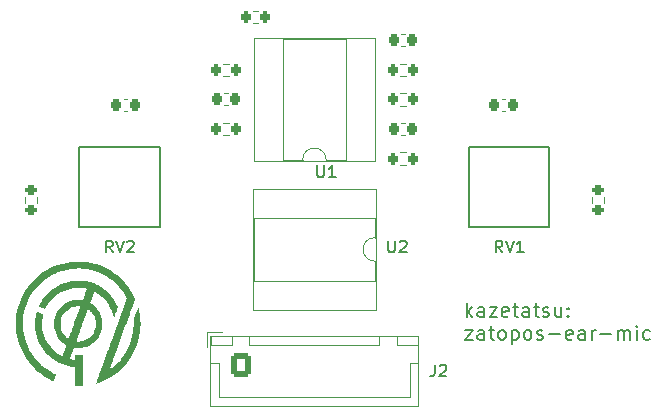
<source format=gto>
G04 #@! TF.GenerationSoftware,KiCad,Pcbnew,8.0.6-8.0.6-0~ubuntu24.04.1*
G04 #@! TF.CreationDate,2024-10-31T11:29:27+09:00*
G04 #@! TF.ProjectId,zatopos-ear-mic,7a61746f-706f-4732-9d65-61722d6d6963,rev?*
G04 #@! TF.SameCoordinates,Original*
G04 #@! TF.FileFunction,Legend,Top*
G04 #@! TF.FilePolarity,Positive*
%FSLAX46Y46*%
G04 Gerber Fmt 4.6, Leading zero omitted, Abs format (unit mm)*
G04 Created by KiCad (PCBNEW 8.0.6-8.0.6-0~ubuntu24.04.1) date 2024-10-31 11:29:27*
%MOMM*%
%LPD*%
G01*
G04 APERTURE LIST*
G04 Aperture macros list*
%AMRoundRect*
0 Rectangle with rounded corners*
0 $1 Rounding radius*
0 $2 $3 $4 $5 $6 $7 $8 $9 X,Y pos of 4 corners*
0 Add a 4 corners polygon primitive as box body*
4,1,4,$2,$3,$4,$5,$6,$7,$8,$9,$2,$3,0*
0 Add four circle primitives for the rounded corners*
1,1,$1+$1,$2,$3*
1,1,$1+$1,$4,$5*
1,1,$1+$1,$6,$7*
1,1,$1+$1,$8,$9*
0 Add four rect primitives between the rounded corners*
20,1,$1+$1,$2,$3,$4,$5,0*
20,1,$1+$1,$4,$5,$6,$7,0*
20,1,$1+$1,$6,$7,$8,$9,0*
20,1,$1+$1,$8,$9,$2,$3,0*%
G04 Aperture macros list end*
%ADD10C,0.160000*%
%ADD11C,0.120000*%
%ADD12C,0.153000*%
%ADD13C,0.000000*%
%ADD14RoundRect,0.200000X0.200000X0.275000X-0.200000X0.275000X-0.200000X-0.275000X0.200000X-0.275000X0*%
%ADD15RoundRect,0.200000X-0.200000X-0.275000X0.200000X-0.275000X0.200000X0.275000X-0.200000X0.275000X0*%
%ADD16RoundRect,0.200000X-0.275000X0.200000X-0.275000X-0.200000X0.275000X-0.200000X0.275000X0.200000X0*%
%ADD17RoundRect,0.250000X-0.600000X-0.725000X0.600000X-0.725000X0.600000X0.725000X-0.600000X0.725000X0*%
%ADD18O,1.700000X1.950000*%
%ADD19RoundRect,0.225000X-0.225000X-0.250000X0.225000X-0.250000X0.225000X0.250000X-0.225000X0.250000X0*%
%ADD20C,1.524000*%
%ADD21C,2.200000*%
%ADD22RoundRect,0.200000X0.275000X-0.200000X0.275000X0.200000X-0.275000X0.200000X-0.275000X-0.200000X0*%
%ADD23R,1.600000X1.600000*%
%ADD24O,1.600000X1.600000*%
%ADD25RoundRect,0.225000X0.225000X0.250000X-0.225000X0.250000X-0.225000X-0.250000X0.225000X-0.250000X0*%
%ADD26C,1.500000*%
G04 APERTURE END LIST*
D10*
X162890977Y-109412889D02*
X162890977Y-108212889D01*
X163005263Y-108955747D02*
X163348120Y-109412889D01*
X163348120Y-108612889D02*
X162890977Y-109070032D01*
X164376692Y-109412889D02*
X164376692Y-108784318D01*
X164376692Y-108784318D02*
X164319549Y-108670032D01*
X164319549Y-108670032D02*
X164205263Y-108612889D01*
X164205263Y-108612889D02*
X163976692Y-108612889D01*
X163976692Y-108612889D02*
X163862406Y-108670032D01*
X164376692Y-109355747D02*
X164262406Y-109412889D01*
X164262406Y-109412889D02*
X163976692Y-109412889D01*
X163976692Y-109412889D02*
X163862406Y-109355747D01*
X163862406Y-109355747D02*
X163805263Y-109241461D01*
X163805263Y-109241461D02*
X163805263Y-109127175D01*
X163805263Y-109127175D02*
X163862406Y-109012889D01*
X163862406Y-109012889D02*
X163976692Y-108955747D01*
X163976692Y-108955747D02*
X164262406Y-108955747D01*
X164262406Y-108955747D02*
X164376692Y-108898604D01*
X164833834Y-108612889D02*
X165462406Y-108612889D01*
X165462406Y-108612889D02*
X164833834Y-109412889D01*
X164833834Y-109412889D02*
X165462406Y-109412889D01*
X166376692Y-109355747D02*
X166262406Y-109412889D01*
X166262406Y-109412889D02*
X166033835Y-109412889D01*
X166033835Y-109412889D02*
X165919549Y-109355747D01*
X165919549Y-109355747D02*
X165862406Y-109241461D01*
X165862406Y-109241461D02*
X165862406Y-108784318D01*
X165862406Y-108784318D02*
X165919549Y-108670032D01*
X165919549Y-108670032D02*
X166033835Y-108612889D01*
X166033835Y-108612889D02*
X166262406Y-108612889D01*
X166262406Y-108612889D02*
X166376692Y-108670032D01*
X166376692Y-108670032D02*
X166433835Y-108784318D01*
X166433835Y-108784318D02*
X166433835Y-108898604D01*
X166433835Y-108898604D02*
X165862406Y-109012889D01*
X166776691Y-108612889D02*
X167233834Y-108612889D01*
X166948120Y-108212889D02*
X166948120Y-109241461D01*
X166948120Y-109241461D02*
X167005263Y-109355747D01*
X167005263Y-109355747D02*
X167119548Y-109412889D01*
X167119548Y-109412889D02*
X167233834Y-109412889D01*
X168148120Y-109412889D02*
X168148120Y-108784318D01*
X168148120Y-108784318D02*
X168090977Y-108670032D01*
X168090977Y-108670032D02*
X167976691Y-108612889D01*
X167976691Y-108612889D02*
X167748120Y-108612889D01*
X167748120Y-108612889D02*
X167633834Y-108670032D01*
X168148120Y-109355747D02*
X168033834Y-109412889D01*
X168033834Y-109412889D02*
X167748120Y-109412889D01*
X167748120Y-109412889D02*
X167633834Y-109355747D01*
X167633834Y-109355747D02*
X167576691Y-109241461D01*
X167576691Y-109241461D02*
X167576691Y-109127175D01*
X167576691Y-109127175D02*
X167633834Y-109012889D01*
X167633834Y-109012889D02*
X167748120Y-108955747D01*
X167748120Y-108955747D02*
X168033834Y-108955747D01*
X168033834Y-108955747D02*
X168148120Y-108898604D01*
X168548119Y-108612889D02*
X169005262Y-108612889D01*
X168719548Y-108212889D02*
X168719548Y-109241461D01*
X168719548Y-109241461D02*
X168776691Y-109355747D01*
X168776691Y-109355747D02*
X168890976Y-109412889D01*
X168890976Y-109412889D02*
X169005262Y-109412889D01*
X169348119Y-109355747D02*
X169462405Y-109412889D01*
X169462405Y-109412889D02*
X169690976Y-109412889D01*
X169690976Y-109412889D02*
X169805262Y-109355747D01*
X169805262Y-109355747D02*
X169862405Y-109241461D01*
X169862405Y-109241461D02*
X169862405Y-109184318D01*
X169862405Y-109184318D02*
X169805262Y-109070032D01*
X169805262Y-109070032D02*
X169690976Y-109012889D01*
X169690976Y-109012889D02*
X169519548Y-109012889D01*
X169519548Y-109012889D02*
X169405262Y-108955747D01*
X169405262Y-108955747D02*
X169348119Y-108841461D01*
X169348119Y-108841461D02*
X169348119Y-108784318D01*
X169348119Y-108784318D02*
X169405262Y-108670032D01*
X169405262Y-108670032D02*
X169519548Y-108612889D01*
X169519548Y-108612889D02*
X169690976Y-108612889D01*
X169690976Y-108612889D02*
X169805262Y-108670032D01*
X170890977Y-108612889D02*
X170890977Y-109412889D01*
X170376691Y-108612889D02*
X170376691Y-109241461D01*
X170376691Y-109241461D02*
X170433834Y-109355747D01*
X170433834Y-109355747D02*
X170548119Y-109412889D01*
X170548119Y-109412889D02*
X170719548Y-109412889D01*
X170719548Y-109412889D02*
X170833834Y-109355747D01*
X170833834Y-109355747D02*
X170890977Y-109298604D01*
X171462405Y-109298604D02*
X171519548Y-109355747D01*
X171519548Y-109355747D02*
X171462405Y-109412889D01*
X171462405Y-109412889D02*
X171405262Y-109355747D01*
X171405262Y-109355747D02*
X171462405Y-109298604D01*
X171462405Y-109298604D02*
X171462405Y-109412889D01*
X171462405Y-108670032D02*
X171519548Y-108727175D01*
X171519548Y-108727175D02*
X171462405Y-108784318D01*
X171462405Y-108784318D02*
X171405262Y-108727175D01*
X171405262Y-108727175D02*
X171462405Y-108670032D01*
X171462405Y-108670032D02*
X171462405Y-108784318D01*
X162776691Y-110544822D02*
X163405263Y-110544822D01*
X163405263Y-110544822D02*
X162776691Y-111344822D01*
X162776691Y-111344822D02*
X163405263Y-111344822D01*
X164376692Y-111344822D02*
X164376692Y-110716251D01*
X164376692Y-110716251D02*
X164319549Y-110601965D01*
X164319549Y-110601965D02*
X164205263Y-110544822D01*
X164205263Y-110544822D02*
X163976692Y-110544822D01*
X163976692Y-110544822D02*
X163862406Y-110601965D01*
X164376692Y-111287680D02*
X164262406Y-111344822D01*
X164262406Y-111344822D02*
X163976692Y-111344822D01*
X163976692Y-111344822D02*
X163862406Y-111287680D01*
X163862406Y-111287680D02*
X163805263Y-111173394D01*
X163805263Y-111173394D02*
X163805263Y-111059108D01*
X163805263Y-111059108D02*
X163862406Y-110944822D01*
X163862406Y-110944822D02*
X163976692Y-110887680D01*
X163976692Y-110887680D02*
X164262406Y-110887680D01*
X164262406Y-110887680D02*
X164376692Y-110830537D01*
X164776691Y-110544822D02*
X165233834Y-110544822D01*
X164948120Y-110144822D02*
X164948120Y-111173394D01*
X164948120Y-111173394D02*
X165005263Y-111287680D01*
X165005263Y-111287680D02*
X165119548Y-111344822D01*
X165119548Y-111344822D02*
X165233834Y-111344822D01*
X165805262Y-111344822D02*
X165690977Y-111287680D01*
X165690977Y-111287680D02*
X165633834Y-111230537D01*
X165633834Y-111230537D02*
X165576691Y-111116251D01*
X165576691Y-111116251D02*
X165576691Y-110773394D01*
X165576691Y-110773394D02*
X165633834Y-110659108D01*
X165633834Y-110659108D02*
X165690977Y-110601965D01*
X165690977Y-110601965D02*
X165805262Y-110544822D01*
X165805262Y-110544822D02*
X165976691Y-110544822D01*
X165976691Y-110544822D02*
X166090977Y-110601965D01*
X166090977Y-110601965D02*
X166148120Y-110659108D01*
X166148120Y-110659108D02*
X166205262Y-110773394D01*
X166205262Y-110773394D02*
X166205262Y-111116251D01*
X166205262Y-111116251D02*
X166148120Y-111230537D01*
X166148120Y-111230537D02*
X166090977Y-111287680D01*
X166090977Y-111287680D02*
X165976691Y-111344822D01*
X165976691Y-111344822D02*
X165805262Y-111344822D01*
X166719548Y-110544822D02*
X166719548Y-111744822D01*
X166719548Y-110601965D02*
X166833834Y-110544822D01*
X166833834Y-110544822D02*
X167062405Y-110544822D01*
X167062405Y-110544822D02*
X167176691Y-110601965D01*
X167176691Y-110601965D02*
X167233834Y-110659108D01*
X167233834Y-110659108D02*
X167290976Y-110773394D01*
X167290976Y-110773394D02*
X167290976Y-111116251D01*
X167290976Y-111116251D02*
X167233834Y-111230537D01*
X167233834Y-111230537D02*
X167176691Y-111287680D01*
X167176691Y-111287680D02*
X167062405Y-111344822D01*
X167062405Y-111344822D02*
X166833834Y-111344822D01*
X166833834Y-111344822D02*
X166719548Y-111287680D01*
X167976690Y-111344822D02*
X167862405Y-111287680D01*
X167862405Y-111287680D02*
X167805262Y-111230537D01*
X167805262Y-111230537D02*
X167748119Y-111116251D01*
X167748119Y-111116251D02*
X167748119Y-110773394D01*
X167748119Y-110773394D02*
X167805262Y-110659108D01*
X167805262Y-110659108D02*
X167862405Y-110601965D01*
X167862405Y-110601965D02*
X167976690Y-110544822D01*
X167976690Y-110544822D02*
X168148119Y-110544822D01*
X168148119Y-110544822D02*
X168262405Y-110601965D01*
X168262405Y-110601965D02*
X168319548Y-110659108D01*
X168319548Y-110659108D02*
X168376690Y-110773394D01*
X168376690Y-110773394D02*
X168376690Y-111116251D01*
X168376690Y-111116251D02*
X168319548Y-111230537D01*
X168319548Y-111230537D02*
X168262405Y-111287680D01*
X168262405Y-111287680D02*
X168148119Y-111344822D01*
X168148119Y-111344822D02*
X167976690Y-111344822D01*
X168833833Y-111287680D02*
X168948119Y-111344822D01*
X168948119Y-111344822D02*
X169176690Y-111344822D01*
X169176690Y-111344822D02*
X169290976Y-111287680D01*
X169290976Y-111287680D02*
X169348119Y-111173394D01*
X169348119Y-111173394D02*
X169348119Y-111116251D01*
X169348119Y-111116251D02*
X169290976Y-111001965D01*
X169290976Y-111001965D02*
X169176690Y-110944822D01*
X169176690Y-110944822D02*
X169005262Y-110944822D01*
X169005262Y-110944822D02*
X168890976Y-110887680D01*
X168890976Y-110887680D02*
X168833833Y-110773394D01*
X168833833Y-110773394D02*
X168833833Y-110716251D01*
X168833833Y-110716251D02*
X168890976Y-110601965D01*
X168890976Y-110601965D02*
X169005262Y-110544822D01*
X169005262Y-110544822D02*
X169176690Y-110544822D01*
X169176690Y-110544822D02*
X169290976Y-110601965D01*
X169862405Y-110887680D02*
X170776691Y-110887680D01*
X171805262Y-111287680D02*
X171690976Y-111344822D01*
X171690976Y-111344822D02*
X171462405Y-111344822D01*
X171462405Y-111344822D02*
X171348119Y-111287680D01*
X171348119Y-111287680D02*
X171290976Y-111173394D01*
X171290976Y-111173394D02*
X171290976Y-110716251D01*
X171290976Y-110716251D02*
X171348119Y-110601965D01*
X171348119Y-110601965D02*
X171462405Y-110544822D01*
X171462405Y-110544822D02*
X171690976Y-110544822D01*
X171690976Y-110544822D02*
X171805262Y-110601965D01*
X171805262Y-110601965D02*
X171862405Y-110716251D01*
X171862405Y-110716251D02*
X171862405Y-110830537D01*
X171862405Y-110830537D02*
X171290976Y-110944822D01*
X172890976Y-111344822D02*
X172890976Y-110716251D01*
X172890976Y-110716251D02*
X172833833Y-110601965D01*
X172833833Y-110601965D02*
X172719547Y-110544822D01*
X172719547Y-110544822D02*
X172490976Y-110544822D01*
X172490976Y-110544822D02*
X172376690Y-110601965D01*
X172890976Y-111287680D02*
X172776690Y-111344822D01*
X172776690Y-111344822D02*
X172490976Y-111344822D01*
X172490976Y-111344822D02*
X172376690Y-111287680D01*
X172376690Y-111287680D02*
X172319547Y-111173394D01*
X172319547Y-111173394D02*
X172319547Y-111059108D01*
X172319547Y-111059108D02*
X172376690Y-110944822D01*
X172376690Y-110944822D02*
X172490976Y-110887680D01*
X172490976Y-110887680D02*
X172776690Y-110887680D01*
X172776690Y-110887680D02*
X172890976Y-110830537D01*
X173462404Y-111344822D02*
X173462404Y-110544822D01*
X173462404Y-110773394D02*
X173519547Y-110659108D01*
X173519547Y-110659108D02*
X173576690Y-110601965D01*
X173576690Y-110601965D02*
X173690975Y-110544822D01*
X173690975Y-110544822D02*
X173805261Y-110544822D01*
X174205261Y-110887680D02*
X175119547Y-110887680D01*
X175690975Y-111344822D02*
X175690975Y-110544822D01*
X175690975Y-110659108D02*
X175748118Y-110601965D01*
X175748118Y-110601965D02*
X175862403Y-110544822D01*
X175862403Y-110544822D02*
X176033832Y-110544822D01*
X176033832Y-110544822D02*
X176148118Y-110601965D01*
X176148118Y-110601965D02*
X176205261Y-110716251D01*
X176205261Y-110716251D02*
X176205261Y-111344822D01*
X176205261Y-110716251D02*
X176262403Y-110601965D01*
X176262403Y-110601965D02*
X176376689Y-110544822D01*
X176376689Y-110544822D02*
X176548118Y-110544822D01*
X176548118Y-110544822D02*
X176662403Y-110601965D01*
X176662403Y-110601965D02*
X176719546Y-110716251D01*
X176719546Y-110716251D02*
X176719546Y-111344822D01*
X177290975Y-111344822D02*
X177290975Y-110544822D01*
X177290975Y-110144822D02*
X177233832Y-110201965D01*
X177233832Y-110201965D02*
X177290975Y-110259108D01*
X177290975Y-110259108D02*
X177348118Y-110201965D01*
X177348118Y-110201965D02*
X177290975Y-110144822D01*
X177290975Y-110144822D02*
X177290975Y-110259108D01*
X178376690Y-111287680D02*
X178262404Y-111344822D01*
X178262404Y-111344822D02*
X178033832Y-111344822D01*
X178033832Y-111344822D02*
X177919547Y-111287680D01*
X177919547Y-111287680D02*
X177862404Y-111230537D01*
X177862404Y-111230537D02*
X177805261Y-111116251D01*
X177805261Y-111116251D02*
X177805261Y-110773394D01*
X177805261Y-110773394D02*
X177862404Y-110659108D01*
X177862404Y-110659108D02*
X177919547Y-110601965D01*
X177919547Y-110601965D02*
X178033832Y-110544822D01*
X178033832Y-110544822D02*
X178262404Y-110544822D01*
X178262404Y-110544822D02*
X178376690Y-110601965D01*
X160166666Y-113454299D02*
X160166666Y-114168584D01*
X160166666Y-114168584D02*
X160119047Y-114311441D01*
X160119047Y-114311441D02*
X160023809Y-114406680D01*
X160023809Y-114406680D02*
X159880952Y-114454299D01*
X159880952Y-114454299D02*
X159785714Y-114454299D01*
X160595238Y-113549537D02*
X160642857Y-113501918D01*
X160642857Y-113501918D02*
X160738095Y-113454299D01*
X160738095Y-113454299D02*
X160976190Y-113454299D01*
X160976190Y-113454299D02*
X161071428Y-113501918D01*
X161071428Y-113501918D02*
X161119047Y-113549537D01*
X161119047Y-113549537D02*
X161166666Y-113644775D01*
X161166666Y-113644775D02*
X161166666Y-113740013D01*
X161166666Y-113740013D02*
X161119047Y-113882870D01*
X161119047Y-113882870D02*
X160547619Y-114454299D01*
X160547619Y-114454299D02*
X161166666Y-114454299D01*
X132904761Y-103954299D02*
X132571428Y-103478108D01*
X132333333Y-103954299D02*
X132333333Y-102954299D01*
X132333333Y-102954299D02*
X132714285Y-102954299D01*
X132714285Y-102954299D02*
X132809523Y-103001918D01*
X132809523Y-103001918D02*
X132857142Y-103049537D01*
X132857142Y-103049537D02*
X132904761Y-103144775D01*
X132904761Y-103144775D02*
X132904761Y-103287632D01*
X132904761Y-103287632D02*
X132857142Y-103382870D01*
X132857142Y-103382870D02*
X132809523Y-103430489D01*
X132809523Y-103430489D02*
X132714285Y-103478108D01*
X132714285Y-103478108D02*
X132333333Y-103478108D01*
X133190476Y-102954299D02*
X133523809Y-103954299D01*
X133523809Y-103954299D02*
X133857142Y-102954299D01*
X134142857Y-103049537D02*
X134190476Y-103001918D01*
X134190476Y-103001918D02*
X134285714Y-102954299D01*
X134285714Y-102954299D02*
X134523809Y-102954299D01*
X134523809Y-102954299D02*
X134619047Y-103001918D01*
X134619047Y-103001918D02*
X134666666Y-103049537D01*
X134666666Y-103049537D02*
X134714285Y-103144775D01*
X134714285Y-103144775D02*
X134714285Y-103240013D01*
X134714285Y-103240013D02*
X134666666Y-103382870D01*
X134666666Y-103382870D02*
X134095238Y-103954299D01*
X134095238Y-103954299D02*
X134714285Y-103954299D01*
X150238095Y-96584299D02*
X150238095Y-97393822D01*
X150238095Y-97393822D02*
X150285714Y-97489060D01*
X150285714Y-97489060D02*
X150333333Y-97536680D01*
X150333333Y-97536680D02*
X150428571Y-97584299D01*
X150428571Y-97584299D02*
X150619047Y-97584299D01*
X150619047Y-97584299D02*
X150714285Y-97536680D01*
X150714285Y-97536680D02*
X150761904Y-97489060D01*
X150761904Y-97489060D02*
X150809523Y-97393822D01*
X150809523Y-97393822D02*
X150809523Y-96584299D01*
X151809523Y-97584299D02*
X151238095Y-97584299D01*
X151523809Y-97584299D02*
X151523809Y-96584299D01*
X151523809Y-96584299D02*
X151428571Y-96727156D01*
X151428571Y-96727156D02*
X151333333Y-96822394D01*
X151333333Y-96822394D02*
X151238095Y-96870013D01*
X156238095Y-102954299D02*
X156238095Y-103763822D01*
X156238095Y-103763822D02*
X156285714Y-103859060D01*
X156285714Y-103859060D02*
X156333333Y-103906680D01*
X156333333Y-103906680D02*
X156428571Y-103954299D01*
X156428571Y-103954299D02*
X156619047Y-103954299D01*
X156619047Y-103954299D02*
X156714285Y-103906680D01*
X156714285Y-103906680D02*
X156761904Y-103859060D01*
X156761904Y-103859060D02*
X156809523Y-103763822D01*
X156809523Y-103763822D02*
X156809523Y-102954299D01*
X157238095Y-103049537D02*
X157285714Y-103001918D01*
X157285714Y-103001918D02*
X157380952Y-102954299D01*
X157380952Y-102954299D02*
X157619047Y-102954299D01*
X157619047Y-102954299D02*
X157714285Y-103001918D01*
X157714285Y-103001918D02*
X157761904Y-103049537D01*
X157761904Y-103049537D02*
X157809523Y-103144775D01*
X157809523Y-103144775D02*
X157809523Y-103240013D01*
X157809523Y-103240013D02*
X157761904Y-103382870D01*
X157761904Y-103382870D02*
X157190476Y-103954299D01*
X157190476Y-103954299D02*
X157809523Y-103954299D01*
X165904761Y-103954299D02*
X165571428Y-103478108D01*
X165333333Y-103954299D02*
X165333333Y-102954299D01*
X165333333Y-102954299D02*
X165714285Y-102954299D01*
X165714285Y-102954299D02*
X165809523Y-103001918D01*
X165809523Y-103001918D02*
X165857142Y-103049537D01*
X165857142Y-103049537D02*
X165904761Y-103144775D01*
X165904761Y-103144775D02*
X165904761Y-103287632D01*
X165904761Y-103287632D02*
X165857142Y-103382870D01*
X165857142Y-103382870D02*
X165809523Y-103430489D01*
X165809523Y-103430489D02*
X165714285Y-103478108D01*
X165714285Y-103478108D02*
X165333333Y-103478108D01*
X166190476Y-102954299D02*
X166523809Y-103954299D01*
X166523809Y-103954299D02*
X166857142Y-102954299D01*
X167714285Y-103954299D02*
X167142857Y-103954299D01*
X167428571Y-103954299D02*
X167428571Y-102954299D01*
X167428571Y-102954299D02*
X167333333Y-103097156D01*
X167333333Y-103097156D02*
X167238095Y-103192394D01*
X167238095Y-103192394D02*
X167142857Y-103240013D01*
D11*
X142737258Y-87977500D02*
X142262742Y-87977500D01*
X142737258Y-89022500D02*
X142262742Y-89022500D01*
X144762742Y-83477500D02*
X145237258Y-83477500D01*
X144762742Y-84522500D02*
X145237258Y-84522500D01*
X173477500Y-99262742D02*
X173477500Y-99737258D01*
X174522500Y-99262742D02*
X174522500Y-99737258D01*
X140900000Y-110725000D02*
X140900000Y-111975000D01*
X141190000Y-111015000D02*
X141190000Y-116985000D01*
X141190000Y-116985000D02*
X158810000Y-116985000D01*
X141200000Y-111025000D02*
X141200000Y-111775000D01*
X141200000Y-111775000D02*
X143000000Y-111775000D01*
X141200000Y-113275000D02*
X141950000Y-113275000D01*
X141950000Y-113275000D02*
X141950000Y-116225000D01*
X141950000Y-116225000D02*
X150000000Y-116225000D01*
X142150000Y-110725000D02*
X140900000Y-110725000D01*
X143000000Y-111025000D02*
X141200000Y-111025000D01*
X143000000Y-111775000D02*
X143000000Y-111025000D01*
X144500000Y-111025000D02*
X144500000Y-111775000D01*
X144500000Y-111775000D02*
X155500000Y-111775000D01*
X155500000Y-111025000D02*
X144500000Y-111025000D01*
X155500000Y-111775000D02*
X155500000Y-111025000D01*
X157000000Y-111025000D02*
X157000000Y-111775000D01*
X157000000Y-111775000D02*
X158800000Y-111775000D01*
X158050000Y-113275000D02*
X158050000Y-116225000D01*
X158050000Y-116225000D02*
X150000000Y-116225000D01*
X158800000Y-111025000D02*
X157000000Y-111025000D01*
X158800000Y-111775000D02*
X158800000Y-111025000D01*
X158800000Y-113275000D02*
X158050000Y-113275000D01*
X158810000Y-111015000D02*
X141190000Y-111015000D01*
X158810000Y-116985000D02*
X158810000Y-111015000D01*
X157359420Y-92990000D02*
X157640580Y-92990000D01*
X157359420Y-94010000D02*
X157640580Y-94010000D01*
D12*
X130100000Y-95000000D02*
X136900000Y-95000000D01*
X136900000Y-101800000D01*
X130100000Y-101800000D01*
X130100000Y-95000000D01*
D11*
X142737258Y-92977500D02*
X142262742Y-92977500D01*
X142737258Y-94022500D02*
X142262742Y-94022500D01*
X157262742Y-87977500D02*
X157737258Y-87977500D01*
X157262742Y-89022500D02*
X157737258Y-89022500D01*
X125477500Y-99737258D02*
X125477500Y-99262742D01*
X126522500Y-99737258D02*
X126522500Y-99262742D01*
X144850000Y-85790000D02*
X144850000Y-96190000D01*
X144850000Y-96190000D02*
X155130000Y-96190000D01*
X147340000Y-85850000D02*
X147340000Y-96130000D01*
X147340000Y-96130000D02*
X148990000Y-96130000D01*
X150990000Y-96130000D02*
X152640000Y-96130000D01*
X152640000Y-85850000D02*
X147340000Y-85850000D01*
X152640000Y-96130000D02*
X152640000Y-85850000D01*
X155130000Y-85790000D02*
X144850000Y-85790000D01*
X155130000Y-96190000D02*
X155130000Y-85790000D01*
X148990000Y-96130000D02*
G75*
G02*
X150990000Y-96130000I1000000J0D01*
G01*
X144790000Y-98550000D02*
X144790000Y-108830000D01*
X144790000Y-108830000D02*
X155190000Y-108830000D01*
X144850000Y-101040000D02*
X144850000Y-106340000D01*
X144850000Y-106340000D02*
X155130000Y-106340000D01*
X155130000Y-101040000D02*
X144850000Y-101040000D01*
X155130000Y-102690000D02*
X155130000Y-101040000D01*
X155130000Y-106340000D02*
X155130000Y-104690000D01*
X155190000Y-98550000D02*
X144790000Y-98550000D01*
X155190000Y-108830000D02*
X155190000Y-98550000D01*
X155130000Y-104690000D02*
G75*
G02*
X155130000Y-102690000I0J1000000D01*
G01*
D12*
X163100000Y-95000000D02*
X169900000Y-95000000D01*
X169900000Y-101800000D01*
X163100000Y-101800000D01*
X163100000Y-95000000D01*
D11*
X157737258Y-95477500D02*
X157262742Y-95477500D01*
X157737258Y-96522500D02*
X157262742Y-96522500D01*
X157737258Y-90477500D02*
X157262742Y-90477500D01*
X157737258Y-91522500D02*
X157262742Y-91522500D01*
D13*
G36*
X130366742Y-104734696D02*
G01*
X130746806Y-104775336D01*
X131119110Y-104841889D01*
X131482675Y-104933764D01*
X131836525Y-105050373D01*
X132179679Y-105191124D01*
X132511161Y-105355430D01*
X132829992Y-105542699D01*
X133135193Y-105752343D01*
X133425787Y-105983771D01*
X133700794Y-106236395D01*
X133959238Y-106509624D01*
X134200140Y-106802868D01*
X134422520Y-107115539D01*
X134489901Y-107220061D01*
X134536106Y-107296127D01*
X134584364Y-107380184D01*
X134632826Y-107468524D01*
X134679641Y-107557441D01*
X134722959Y-107643225D01*
X134760931Y-107722168D01*
X134791706Y-107790564D01*
X134813434Y-107844702D01*
X134824265Y-107880877D01*
X134824942Y-107891568D01*
X134819754Y-107907623D01*
X134805608Y-107948223D01*
X134782921Y-108012216D01*
X134752111Y-108098449D01*
X134713596Y-108205767D01*
X134667791Y-108333019D01*
X134615116Y-108479050D01*
X134555986Y-108642708D01*
X134490820Y-108822839D01*
X134420035Y-109018290D01*
X134344048Y-109227907D01*
X134263277Y-109450538D01*
X134178139Y-109685029D01*
X134089051Y-109930226D01*
X133996431Y-110184978D01*
X133900696Y-110448129D01*
X133802263Y-110718528D01*
X133742847Y-110881666D01*
X133643150Y-111155439D01*
X133545980Y-111422449D01*
X133451747Y-111681554D01*
X133360865Y-111931616D01*
X133273747Y-112171493D01*
X133190803Y-112400045D01*
X133112448Y-112616134D01*
X133039092Y-112818618D01*
X132971150Y-113006359D01*
X132909033Y-113178215D01*
X132853153Y-113333046D01*
X132803923Y-113469714D01*
X132761755Y-113587078D01*
X132727062Y-113683997D01*
X132700257Y-113759332D01*
X132681751Y-113811943D01*
X132671957Y-113840690D01*
X132670437Y-113846019D01*
X132682160Y-113842861D01*
X132711484Y-113824849D01*
X132754946Y-113794584D01*
X132809081Y-113754667D01*
X132870428Y-113707697D01*
X132935523Y-113656277D01*
X133000901Y-113603007D01*
X133057027Y-113555713D01*
X133133590Y-113487029D01*
X133221485Y-113403303D01*
X133315479Y-113309932D01*
X133410338Y-113212312D01*
X133500827Y-113115841D01*
X133581713Y-113025914D01*
X133647761Y-112947930D01*
X133653956Y-112940237D01*
X133867765Y-112652373D01*
X134056930Y-112353718D01*
X134221720Y-112043625D01*
X134362403Y-111721450D01*
X134479249Y-111386547D01*
X134572527Y-111038272D01*
X134642505Y-110675980D01*
X134665860Y-110512924D01*
X134670228Y-110465791D01*
X134674377Y-110396418D01*
X134678115Y-110309922D01*
X134681250Y-110211419D01*
X134683588Y-110106026D01*
X134684872Y-110007332D01*
X134688048Y-109624842D01*
X134877869Y-109101427D01*
X134919179Y-108988148D01*
X134957862Y-108883284D01*
X134992886Y-108789541D01*
X135023221Y-108709625D01*
X135047836Y-108646239D01*
X135065700Y-108602091D01*
X135075781Y-108579885D01*
X135077421Y-108577751D01*
X135084061Y-108583563D01*
X135092410Y-108603070D01*
X135103182Y-108638897D01*
X135117091Y-108693668D01*
X135134852Y-108770007D01*
X135157179Y-108870538D01*
X135157404Y-108871567D01*
X135224259Y-109240199D01*
X135264405Y-109611201D01*
X135278154Y-109983030D01*
X135265819Y-110354144D01*
X135227711Y-110723001D01*
X135164143Y-111088059D01*
X135075426Y-111447775D01*
X134961873Y-111800607D01*
X134823796Y-112145012D01*
X134661506Y-112479450D01*
X134475316Y-112802376D01*
X134312719Y-113046659D01*
X134140869Y-113273531D01*
X133947431Y-113500303D01*
X133737680Y-113721699D01*
X133516890Y-113932445D01*
X133290334Y-114127267D01*
X133063289Y-114300891D01*
X133046659Y-114312719D01*
X132746651Y-114509190D01*
X132429588Y-114686822D01*
X132100332Y-114843148D01*
X131763743Y-114975702D01*
X131689799Y-115001225D01*
X131624826Y-115022955D01*
X131569729Y-115041141D01*
X131529391Y-115054189D01*
X131508698Y-115060505D01*
X131507083Y-115060851D01*
X131505755Y-115049649D01*
X131509541Y-115030075D01*
X131514833Y-115014784D01*
X131529108Y-114974827D01*
X131551990Y-114911245D01*
X131583101Y-114825077D01*
X131622065Y-114717362D01*
X131668502Y-114589141D01*
X131722037Y-114441451D01*
X131782292Y-114275332D01*
X131848889Y-114091825D01*
X131921451Y-113891968D01*
X131999601Y-113676800D01*
X132082960Y-113447362D01*
X132171153Y-113204692D01*
X132263800Y-112949830D01*
X132360526Y-112683815D01*
X132460952Y-112407687D01*
X132564701Y-112122485D01*
X132671396Y-111829248D01*
X132780659Y-111529016D01*
X132828966Y-111396299D01*
X134140461Y-107793297D01*
X134086074Y-107696406D01*
X133909453Y-107408857D01*
X133709032Y-107131985D01*
X133487052Y-106868087D01*
X133245756Y-106619462D01*
X132987383Y-106388406D01*
X132714176Y-106177218D01*
X132428376Y-105988194D01*
X132407323Y-105975472D01*
X132221265Y-105868489D01*
X132041112Y-105775354D01*
X131858590Y-105692305D01*
X131665422Y-105615579D01*
X131453331Y-105541415D01*
X131449865Y-105540271D01*
X131110123Y-105442444D01*
X130765251Y-105371131D01*
X130416858Y-105326331D01*
X130066550Y-105308044D01*
X129715938Y-105316270D01*
X129366629Y-105351009D01*
X129020231Y-105412261D01*
X128678353Y-105500026D01*
X128550134Y-105540271D01*
X128262808Y-105643781D01*
X127993572Y-105759492D01*
X127736935Y-105890375D01*
X127487405Y-106039399D01*
X127239492Y-106209533D01*
X127059235Y-106346514D01*
X126995966Y-106399459D01*
X126918891Y-106468742D01*
X126832243Y-106550137D01*
X126740254Y-106639413D01*
X126647156Y-106732344D01*
X126557181Y-106824701D01*
X126474560Y-106912255D01*
X126403526Y-106990779D01*
X126348312Y-107056044D01*
X126345342Y-107059763D01*
X126128588Y-107353613D01*
X125936962Y-107658224D01*
X125770414Y-107973713D01*
X125628896Y-108300197D01*
X125512360Y-108637791D01*
X125420757Y-108986615D01*
X125354040Y-109346784D01*
X125333511Y-109500754D01*
X125326924Y-109575614D01*
X125321890Y-109672024D01*
X125318410Y-109784223D01*
X125316483Y-109906449D01*
X125316110Y-110032940D01*
X125317290Y-110157934D01*
X125320024Y-110275671D01*
X125324311Y-110380388D01*
X125330152Y-110466324D01*
X125333511Y-110499246D01*
X125389840Y-110864193D01*
X125471033Y-111217745D01*
X125577139Y-111560020D01*
X125708206Y-111891135D01*
X125864284Y-112211206D01*
X126045419Y-112520351D01*
X126251662Y-112818686D01*
X126345342Y-112940237D01*
X126399370Y-113004483D01*
X126469495Y-113082267D01*
X126551485Y-113169358D01*
X126641107Y-113261529D01*
X126734130Y-113354552D01*
X126826322Y-113444198D01*
X126913450Y-113526239D01*
X126991283Y-113596447D01*
X127055589Y-113650595D01*
X127059235Y-113653486D01*
X127329799Y-113854326D01*
X127600121Y-114029414D01*
X127872526Y-114180234D01*
X127928498Y-114208124D01*
X127989265Y-114237880D01*
X128040648Y-114263116D01*
X128077929Y-114281506D01*
X128096388Y-114290730D01*
X128097456Y-114291299D01*
X128094618Y-114304322D01*
X128083919Y-114338397D01*
X128066998Y-114388922D01*
X128045495Y-114451293D01*
X128021047Y-114520911D01*
X127995293Y-114593171D01*
X127969873Y-114663473D01*
X127946425Y-114727214D01*
X127926589Y-114779792D01*
X127912002Y-114816605D01*
X127904785Y-114832345D01*
X127889775Y-114831876D01*
X127854413Y-114819776D01*
X127802205Y-114797795D01*
X127736658Y-114767687D01*
X127661279Y-114731205D01*
X127579574Y-114690099D01*
X127495048Y-114646123D01*
X127411210Y-114601029D01*
X127331563Y-114556569D01*
X127259617Y-114514496D01*
X127220061Y-114490155D01*
X126898467Y-114271776D01*
X126596798Y-114035070D01*
X126315459Y-113780479D01*
X126054857Y-113508443D01*
X125815396Y-113219402D01*
X125597482Y-112913797D01*
X125401521Y-112592068D01*
X125302696Y-112407323D01*
X125141008Y-112061635D01*
X125006079Y-111711071D01*
X124897547Y-111354330D01*
X124815050Y-110990110D01*
X124758224Y-110617108D01*
X124734696Y-110366742D01*
X124721314Y-109992511D01*
X124734522Y-109621549D01*
X124773640Y-109255061D01*
X124837988Y-108894250D01*
X124926886Y-108540322D01*
X125039655Y-108194480D01*
X125175615Y-107857930D01*
X125334087Y-107531875D01*
X125514389Y-107217520D01*
X125715844Y-106916069D01*
X125937771Y-106628727D01*
X126179490Y-106356698D01*
X126440322Y-106101187D01*
X126719586Y-105863398D01*
X127016604Y-105644535D01*
X127330695Y-105445804D01*
X127592676Y-105302696D01*
X127938977Y-105141188D01*
X128292984Y-105005558D01*
X128653608Y-104896029D01*
X129019757Y-104812823D01*
X129390340Y-104756166D01*
X129764269Y-104726278D01*
X130140451Y-104723385D01*
X130366742Y-104734696D01*
G37*
G36*
X130107550Y-106344223D02*
G01*
X130221147Y-106346999D01*
X130322099Y-106351756D01*
X130403752Y-106358495D01*
X130417178Y-106360081D01*
X130729223Y-106411141D01*
X131026622Y-106484133D01*
X131312173Y-106579916D01*
X131588673Y-106699349D01*
X131694568Y-106752477D01*
X131912605Y-106874748D01*
X132112782Y-107005842D01*
X132302554Y-107151161D01*
X132489375Y-107316106D01*
X132542438Y-107366802D01*
X132682839Y-107508492D01*
X132805440Y-107644672D01*
X132916519Y-107782817D01*
X133022354Y-107930400D01*
X133048248Y-107968922D01*
X133091836Y-108037085D01*
X133139301Y-108115628D01*
X133188011Y-108199741D01*
X133235333Y-108284613D01*
X133278636Y-108365433D01*
X133315287Y-108437391D01*
X133342653Y-108495676D01*
X133357931Y-108534900D01*
X133358047Y-108551651D01*
X133351820Y-108582695D01*
X133338667Y-108629872D01*
X133318000Y-108695018D01*
X133289234Y-108779973D01*
X133251784Y-108886574D01*
X133205065Y-109016661D01*
X133200132Y-109030281D01*
X133152418Y-109161021D01*
X133112820Y-109267254D01*
X133080699Y-109350389D01*
X133055419Y-109411836D01*
X133036341Y-109453006D01*
X133022829Y-109475309D01*
X133014244Y-109480155D01*
X133009950Y-109468953D01*
X133009154Y-109452662D01*
X133005007Y-109419481D01*
X132993570Y-109365711D01*
X132976353Y-109296668D01*
X132954862Y-109217667D01*
X132930607Y-109134022D01*
X132905097Y-109051048D01*
X132879838Y-108974060D01*
X132856339Y-108908372D01*
X132850169Y-108892446D01*
X132729771Y-108624985D01*
X132586724Y-108372634D01*
X132421698Y-108136239D01*
X132235363Y-107916643D01*
X132028388Y-107714689D01*
X131801441Y-107531222D01*
X131730264Y-107480399D01*
X131676930Y-107444699D01*
X131616699Y-107406464D01*
X131554042Y-107368281D01*
X131493431Y-107332734D01*
X131439336Y-107302408D01*
X131396227Y-107279887D01*
X131368576Y-107267757D01*
X131360835Y-107266808D01*
X131354887Y-107280645D01*
X131340761Y-107317171D01*
X131319586Y-107373353D01*
X131292492Y-107446157D01*
X131260612Y-107532550D01*
X131225074Y-107629498D01*
X131198309Y-107702892D01*
X131160347Y-107807148D01*
X131124858Y-107904491D01*
X131093058Y-107991599D01*
X131066162Y-108065147D01*
X131045384Y-108121814D01*
X131031939Y-108158275D01*
X131027685Y-108169625D01*
X131022747Y-108185607D01*
X131024186Y-108199529D01*
X131035385Y-108214880D01*
X131059728Y-108235146D01*
X131100599Y-108263817D01*
X131153067Y-108298864D01*
X131316236Y-108421911D01*
X131470689Y-108567440D01*
X131612647Y-108731026D01*
X131738330Y-108908243D01*
X131843957Y-109094666D01*
X131858716Y-109124993D01*
X131944272Y-109336243D01*
X132005063Y-109556176D01*
X132041091Y-109781854D01*
X132052355Y-110010338D01*
X132038854Y-110238690D01*
X132000590Y-110463970D01*
X131937561Y-110683239D01*
X131858716Y-110875007D01*
X131744752Y-111083237D01*
X131608963Y-111275678D01*
X131452853Y-111450825D01*
X131277926Y-111607174D01*
X131085687Y-111743221D01*
X130877641Y-111857460D01*
X130875007Y-111858716D01*
X130676125Y-111941224D01*
X130475120Y-111999771D01*
X130267605Y-112035224D01*
X130049189Y-112048453D01*
X129924771Y-112046646D01*
X129846885Y-112043266D01*
X129775779Y-112039487D01*
X129717245Y-112035670D01*
X129677073Y-112032172D01*
X129664889Y-112030513D01*
X129623855Y-112022822D01*
X129459720Y-112477198D01*
X129421395Y-112583617D01*
X129386013Y-112682493D01*
X129354663Y-112770729D01*
X129328437Y-112845231D01*
X129308425Y-112902901D01*
X129295717Y-112940644D01*
X129291454Y-112954851D01*
X129293916Y-112967041D01*
X129309208Y-112977218D01*
X129341841Y-112987170D01*
X129396330Y-112998682D01*
X129407717Y-113000852D01*
X129475458Y-113013019D01*
X129545476Y-113024596D01*
X129604512Y-113033409D01*
X129613597Y-113034618D01*
X129699084Y-113045661D01*
X129699084Y-112822238D01*
X129699084Y-112598815D01*
X130034195Y-112598815D01*
X130369305Y-112598815D01*
X130369305Y-113939257D01*
X130369305Y-115279698D01*
X130034195Y-115279698D01*
X129699084Y-115279698D01*
X129699084Y-114465859D01*
X129698984Y-114319465D01*
X129698696Y-114181523D01*
X129698236Y-114054409D01*
X129697625Y-113940497D01*
X129696878Y-113842159D01*
X129696015Y-113761770D01*
X129695053Y-113701704D01*
X129694010Y-113664336D01*
X129692946Y-113652019D01*
X129666175Y-113649853D01*
X129618496Y-113643967D01*
X129555962Y-113635276D01*
X129484625Y-113624699D01*
X129410537Y-113613151D01*
X129339751Y-113601549D01*
X129278319Y-113590811D01*
X129238995Y-113583257D01*
X128956880Y-113512033D01*
X128676301Y-113415396D01*
X128401207Y-113295182D01*
X128135549Y-113153227D01*
X127883276Y-112991367D01*
X127743134Y-112887915D01*
X127665068Y-112823582D01*
X127575321Y-112743636D01*
X127479575Y-112653608D01*
X127383507Y-112559025D01*
X127292799Y-112465418D01*
X127213130Y-112378316D01*
X127179211Y-112338934D01*
X127008954Y-112116788D01*
X126853587Y-111875225D01*
X126715421Y-111619024D01*
X126596770Y-111352963D01*
X126499946Y-111081821D01*
X126427261Y-110810377D01*
X126417560Y-110764976D01*
X126391690Y-110631565D01*
X126372254Y-110511358D01*
X126358485Y-110396360D01*
X126349615Y-110278579D01*
X126344878Y-110150023D01*
X126343507Y-110002699D01*
X126343515Y-109993161D01*
X126344250Y-109874796D01*
X126346372Y-109777221D01*
X126350272Y-109693891D01*
X126356338Y-109618258D01*
X126364960Y-109543775D01*
X126374017Y-109480237D01*
X126390467Y-109379415D01*
X126408466Y-109282154D01*
X126427124Y-109192202D01*
X126445551Y-109113306D01*
X126462856Y-109049213D01*
X126478148Y-109003670D01*
X126490537Y-108980424D01*
X126493269Y-108978457D01*
X126509485Y-108981369D01*
X126546604Y-108992215D01*
X126599911Y-109009334D01*
X126664691Y-109031065D01*
X126736230Y-109055747D01*
X126809812Y-109081717D01*
X126880722Y-109107315D01*
X126944245Y-109130881D01*
X126995668Y-109150751D01*
X127030274Y-109165265D01*
X127042919Y-109172124D01*
X127042666Y-109187179D01*
X127037319Y-109223628D01*
X127027774Y-109276173D01*
X127014927Y-109339516D01*
X127013440Y-109346501D01*
X126997375Y-109425149D01*
X126981779Y-109507675D01*
X126968656Y-109583139D01*
X126961340Y-109630694D01*
X126952800Y-109716032D01*
X126947434Y-109821317D01*
X126945173Y-109939333D01*
X126945949Y-110062863D01*
X126949693Y-110184693D01*
X126956337Y-110297606D01*
X126965812Y-110394385D01*
X126968801Y-110416494D01*
X127023810Y-110702215D01*
X127103951Y-110978490D01*
X127208294Y-111243957D01*
X127335909Y-111497256D01*
X127485866Y-111737024D01*
X127657235Y-111961901D01*
X127849087Y-112170526D01*
X128060492Y-112361536D01*
X128290521Y-112533572D01*
X128506152Y-112667360D01*
X128558517Y-112696162D01*
X128601569Y-112718285D01*
X128630170Y-112731187D01*
X128639165Y-112733192D01*
X128645112Y-112719355D01*
X128659239Y-112682829D01*
X128680414Y-112626646D01*
X128707507Y-112553842D01*
X128739388Y-112467449D01*
X128774926Y-112370501D01*
X128801691Y-112297107D01*
X128839653Y-112192852D01*
X128875142Y-112095508D01*
X128906942Y-112008401D01*
X128933838Y-111934852D01*
X128954616Y-111878186D01*
X128968061Y-111841725D01*
X128972314Y-111830375D01*
X128977252Y-111814393D01*
X128975814Y-111800471D01*
X128964615Y-111785120D01*
X128940272Y-111764854D01*
X128899401Y-111736183D01*
X128846932Y-111701136D01*
X128736752Y-111619819D01*
X128622209Y-111520725D01*
X128577778Y-111477097D01*
X129824742Y-111477097D01*
X129833797Y-111486378D01*
X129865335Y-111492888D01*
X129914621Y-111496641D01*
X129976925Y-111497649D01*
X130047513Y-111495924D01*
X130121654Y-111491478D01*
X130194615Y-111484325D01*
X130253042Y-111475977D01*
X130416320Y-111437112D01*
X130581627Y-111377021D01*
X130740005Y-111299533D01*
X130882497Y-111208475D01*
X130887262Y-111204959D01*
X130960572Y-111144970D01*
X131040586Y-111070267D01*
X131119152Y-110989107D01*
X131188121Y-110909745D01*
X131221656Y-110866217D01*
X131301229Y-110739420D01*
X131371693Y-110594094D01*
X131429639Y-110438468D01*
X131471660Y-110280769D01*
X131478505Y-110246203D01*
X131487602Y-110174643D01*
X131492872Y-110085409D01*
X131494316Y-109987916D01*
X131491934Y-109891578D01*
X131485725Y-109805807D01*
X131478505Y-109753796D01*
X131440563Y-109596988D01*
X131385986Y-109440420D01*
X131318176Y-109292304D01*
X131240536Y-109160851D01*
X131221606Y-109133782D01*
X131180751Y-109081673D01*
X131130303Y-109023947D01*
X131073966Y-108964135D01*
X131015441Y-108905769D01*
X130958428Y-108852378D01*
X130906630Y-108807493D01*
X130863749Y-108774646D01*
X130833485Y-108757366D01*
X130825137Y-108755605D01*
X130819540Y-108768152D01*
X130805319Y-108804404D01*
X130783211Y-108862362D01*
X130753951Y-108940026D01*
X130718273Y-109035395D01*
X130676913Y-109146470D01*
X130630606Y-109271250D01*
X130580087Y-109407735D01*
X130526091Y-109553926D01*
X130469354Y-109707823D01*
X130410610Y-109867425D01*
X130350596Y-110030732D01*
X130290045Y-110195745D01*
X130229694Y-110360463D01*
X130170277Y-110522887D01*
X130112530Y-110681016D01*
X130057187Y-110832851D01*
X130004985Y-110976391D01*
X129956657Y-111109636D01*
X129912940Y-111230587D01*
X129874569Y-111337243D01*
X129842278Y-111427605D01*
X129824742Y-111477097D01*
X128577778Y-111477097D01*
X128510134Y-111410676D01*
X128407361Y-111296495D01*
X128320720Y-111185003D01*
X128300420Y-111155405D01*
X128178326Y-110947492D01*
X128081583Y-110730673D01*
X128010556Y-110506566D01*
X127965610Y-110276786D01*
X127947111Y-110042949D01*
X127951892Y-109907036D01*
X128506399Y-109907036D01*
X128506824Y-110097436D01*
X128531283Y-110286033D01*
X128579564Y-110470351D01*
X128651458Y-110647911D01*
X128746754Y-110816235D01*
X128865242Y-110972845D01*
X128905322Y-111017219D01*
X128953298Y-111065928D01*
X129005595Y-111115274D01*
X129057742Y-111161464D01*
X129105266Y-111200703D01*
X129143696Y-111229196D01*
X129168561Y-111243148D01*
X129172482Y-111243932D01*
X129178918Y-111231370D01*
X129194022Y-111194758D01*
X129217167Y-111135773D01*
X129247725Y-111056095D01*
X129285070Y-110957401D01*
X129328575Y-110841369D01*
X129377613Y-110709678D01*
X129431556Y-110564005D01*
X129489777Y-110406029D01*
X129551649Y-110237428D01*
X129616546Y-110059880D01*
X129678567Y-109889571D01*
X129745645Y-109705048D01*
X129810102Y-109527733D01*
X129871320Y-109359319D01*
X129928685Y-109201502D01*
X129981580Y-109055977D01*
X130029390Y-108924438D01*
X130071497Y-108808582D01*
X130107286Y-108710102D01*
X130136141Y-108630695D01*
X130157445Y-108572054D01*
X130170584Y-108535876D01*
X130174927Y-108523894D01*
X130165507Y-108515324D01*
X130134162Y-108508620D01*
X130086273Y-108504043D01*
X130027225Y-108501852D01*
X129962400Y-108502307D01*
X129897181Y-108505667D01*
X129863080Y-108508849D01*
X129657332Y-108544428D01*
X129463057Y-108603859D01*
X129281902Y-108686565D01*
X129176973Y-108749228D01*
X129104522Y-108802905D01*
X129023473Y-108872925D01*
X128940306Y-108952807D01*
X128861504Y-109036069D01*
X128793547Y-109116230D01*
X128749228Y-109176973D01*
X128651420Y-109349802D01*
X128578487Y-109530741D01*
X128530216Y-109717312D01*
X128506399Y-109907036D01*
X127951892Y-109907036D01*
X127955423Y-109806673D01*
X127969415Y-109690360D01*
X128016642Y-109463707D01*
X128089008Y-109245646D01*
X128185139Y-109038018D01*
X128303667Y-108842659D01*
X128443219Y-108661407D01*
X128602424Y-108496100D01*
X128779912Y-108348577D01*
X128974312Y-108220674D01*
X129124993Y-108141284D01*
X129323875Y-108058776D01*
X129524879Y-108000229D01*
X129732395Y-107964775D01*
X129950811Y-107951547D01*
X130075229Y-107953354D01*
X130153115Y-107956734D01*
X130224220Y-107960512D01*
X130282754Y-107964330D01*
X130322927Y-107967827D01*
X130335110Y-107969487D01*
X130376144Y-107977178D01*
X130540280Y-107522802D01*
X130578602Y-107416392D01*
X130613981Y-107317533D01*
X130645328Y-107229320D01*
X130671550Y-107154847D01*
X130691558Y-107097209D01*
X130704262Y-107059500D01*
X130708523Y-107045322D01*
X130701712Y-107032591D01*
X130675627Y-107019699D01*
X130628606Y-107006237D01*
X130558989Y-106991795D01*
X130465115Y-106975965D01*
X130369305Y-106961722D01*
X130284915Y-106953075D01*
X130180506Y-106947596D01*
X130063225Y-106945222D01*
X129940216Y-106945887D01*
X129818626Y-106949528D01*
X129705601Y-106956079D01*
X129608286Y-106965477D01*
X129583505Y-106968801D01*
X129296959Y-107023924D01*
X129020284Y-107104121D01*
X128754743Y-107208501D01*
X128501596Y-107336171D01*
X128262103Y-107486240D01*
X128037526Y-107657817D01*
X127829126Y-107850010D01*
X127638162Y-108061927D01*
X127465896Y-108292677D01*
X127313589Y-108541369D01*
X127285261Y-108593889D01*
X127208064Y-108740228D01*
X127061840Y-108687503D01*
X126948203Y-108646449D01*
X126857711Y-108613522D01*
X126787738Y-108587682D01*
X126735653Y-108567888D01*
X126698830Y-108553102D01*
X126674639Y-108542283D01*
X126660453Y-108534392D01*
X126653642Y-108528388D01*
X126652041Y-108525376D01*
X126655874Y-108505475D01*
X126671901Y-108466115D01*
X126698036Y-108411170D01*
X126732193Y-108344513D01*
X126772285Y-108270020D01*
X126816226Y-108191562D01*
X126861929Y-108113015D01*
X126907308Y-108038251D01*
X126950277Y-107971145D01*
X126951752Y-107968922D01*
X127128957Y-107725859D01*
X127328555Y-107495241D01*
X127547123Y-107280463D01*
X127781238Y-107084921D01*
X127997677Y-106931274D01*
X128265755Y-106772282D01*
X128547048Y-106637133D01*
X128841025Y-106526018D01*
X129147158Y-106439128D01*
X129464915Y-106376655D01*
X129582822Y-106360081D01*
X129659818Y-106352945D01*
X129757444Y-106347791D01*
X129869044Y-106344620D01*
X129987965Y-106343431D01*
X130107550Y-106344223D01*
G37*
D11*
X157359420Y-85490000D02*
X157640580Y-85490000D01*
X157359420Y-86510000D02*
X157640580Y-86510000D01*
X165859420Y-90990000D02*
X166140580Y-90990000D01*
X165859420Y-92010000D02*
X166140580Y-92010000D01*
X142640580Y-90490000D02*
X142359420Y-90490000D01*
X142640580Y-91510000D02*
X142359420Y-91510000D01*
X134140580Y-90990000D02*
X133859420Y-90990000D01*
X134140580Y-92010000D02*
X133859420Y-92010000D01*
%LPC*%
D14*
X143325000Y-88500000D03*
X141675000Y-88500000D03*
D15*
X144175000Y-84000000D03*
X145825000Y-84000000D03*
D16*
X174000000Y-98675000D03*
X174000000Y-100325000D03*
D17*
X143750000Y-113475000D03*
D18*
X146250000Y-113475000D03*
X148750000Y-113475000D03*
X151250000Y-113475000D03*
X153750000Y-113475000D03*
X156250000Y-113475000D03*
D19*
X156725000Y-93500000D03*
X158275000Y-93500000D03*
D20*
X131000000Y-99000000D03*
X133500000Y-96500000D03*
X136000000Y-99000000D03*
D21*
X185000000Y-115000000D03*
D14*
X143325000Y-93500000D03*
X141675000Y-93500000D03*
D15*
X156675000Y-88500000D03*
X158325000Y-88500000D03*
D21*
X185000000Y-85000000D03*
D22*
X126000000Y-100325000D03*
X126000000Y-98675000D03*
D23*
X153800000Y-94800000D03*
D24*
X153800000Y-92260000D03*
X153800000Y-89720000D03*
X153800000Y-87180000D03*
X146180000Y-87180000D03*
X146180000Y-89720000D03*
X146180000Y-92260000D03*
X146180000Y-94800000D03*
D23*
X153800000Y-99880000D03*
D24*
X151260000Y-99880000D03*
X148720000Y-99880000D03*
X146180000Y-99880000D03*
X146180000Y-107500000D03*
X148720000Y-107500000D03*
X151260000Y-107500000D03*
X153800000Y-107500000D03*
D21*
X115000000Y-115000000D03*
D20*
X164000000Y-99000000D03*
X166500000Y-96500000D03*
X169000000Y-99000000D03*
D14*
X158325000Y-96000000D03*
X156675000Y-96000000D03*
X158325000Y-91000000D03*
X156675000Y-91000000D03*
D19*
X156725000Y-86000000D03*
X158275000Y-86000000D03*
X165225000Y-91500000D03*
X166775000Y-91500000D03*
D21*
X115000000Y-85000000D03*
D25*
X143275000Y-91000000D03*
X141725000Y-91000000D03*
X134775000Y-91500000D03*
X133225000Y-91500000D03*
D26*
X179000000Y-100950000D03*
X179000000Y-99050000D03*
X121000000Y-99050000D03*
X121000000Y-100950000D03*
%LPD*%
M02*

</source>
